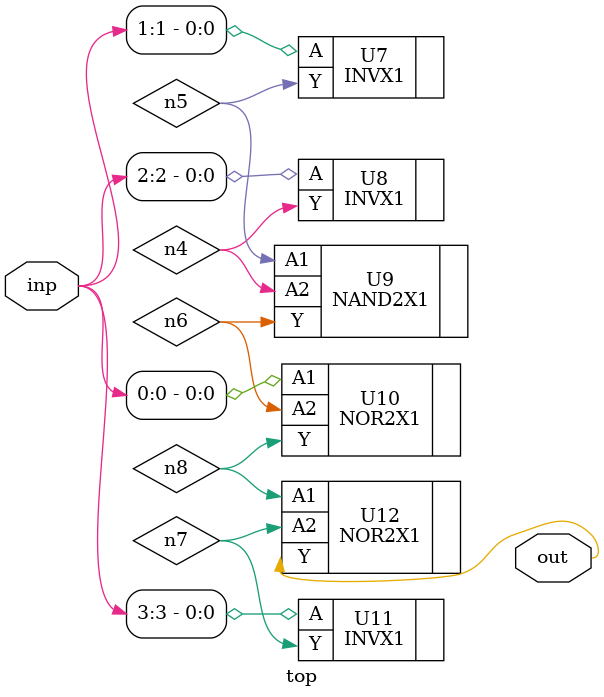
<source format=sv>


module top ( inp, out );
  input [3:0] inp;
  output out;
  wire   n4, n5, n6, n7, n8;

  INVX1 U7 ( .A(inp[1]), .Y(n5) );
  INVX1 U8 ( .A(inp[2]), .Y(n4) );
  NAND2X1 U9 ( .A1(n5), .A2(n4), .Y(n6) );
  NOR2X1 U10 ( .A1(inp[0]), .A2(n6), .Y(n8) );
  INVX1 U11 ( .A(inp[3]), .Y(n7) );
  NOR2X1 U12 ( .A1(n8), .A2(n7), .Y(out) );
endmodule


</source>
